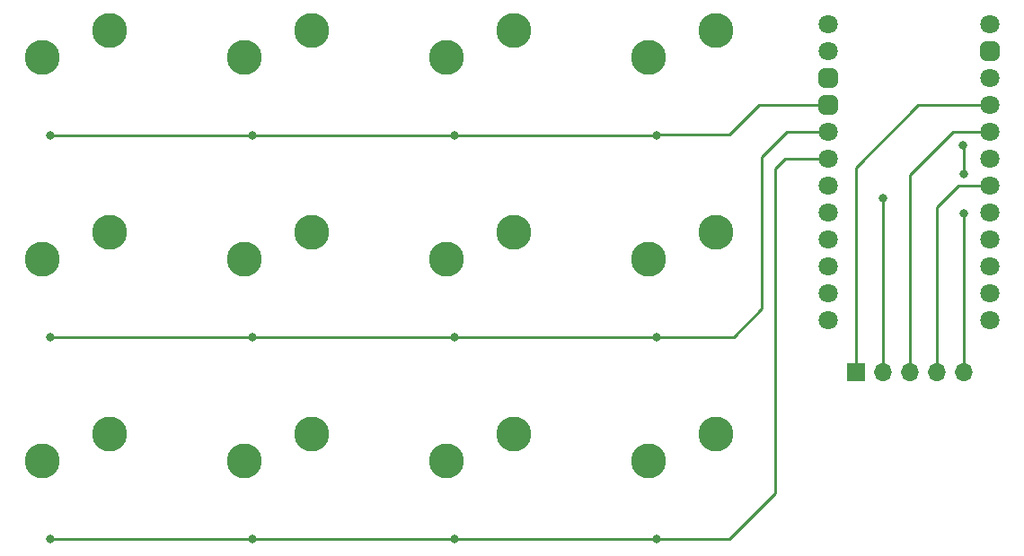
<source format=gbr>
%TF.GenerationSoftware,KiCad,Pcbnew,7.0.6-7.0.6~ubuntu22.10.1*%
%TF.CreationDate,2023-08-12T22:12:44-04:00*%
%TF.ProjectId,ZachEKeyboard,5a616368-454b-4657-9962-6f6172642e6b,rev?*%
%TF.SameCoordinates,Original*%
%TF.FileFunction,Copper,L1,Top*%
%TF.FilePolarity,Positive*%
%FSLAX46Y46*%
G04 Gerber Fmt 4.6, Leading zero omitted, Abs format (unit mm)*
G04 Created by KiCad (PCBNEW 7.0.6-7.0.6~ubuntu22.10.1) date 2023-08-12 22:12:44*
%MOMM*%
%LPD*%
G01*
G04 APERTURE LIST*
G04 Aperture macros list*
%AMRoundRect*
0 Rectangle with rounded corners*
0 $1 Rounding radius*
0 $2 $3 $4 $5 $6 $7 $8 $9 X,Y pos of 4 corners*
0 Add a 4 corners polygon primitive as box body*
4,1,4,$2,$3,$4,$5,$6,$7,$8,$9,$2,$3,0*
0 Add four circle primitives for the rounded corners*
1,1,$1+$1,$2,$3*
1,1,$1+$1,$4,$5*
1,1,$1+$1,$6,$7*
1,1,$1+$1,$8,$9*
0 Add four rect primitives between the rounded corners*
20,1,$1+$1,$2,$3,$4,$5,0*
20,1,$1+$1,$4,$5,$6,$7,0*
20,1,$1+$1,$6,$7,$8,$9,0*
20,1,$1+$1,$8,$9,$2,$3,0*%
G04 Aperture macros list end*
%TA.AperFunction,ComponentPad*%
%ADD10C,1.800000*%
%TD*%
%TA.AperFunction,ComponentPad*%
%ADD11RoundRect,0.450000X-0.450000X-0.450000X0.450000X-0.450000X0.450000X0.450000X-0.450000X0.450000X0*%
%TD*%
%TA.AperFunction,ComponentPad*%
%ADD12R,1.700000X1.700000*%
%TD*%
%TA.AperFunction,ComponentPad*%
%ADD13O,1.700000X1.700000*%
%TD*%
%TA.AperFunction,ComponentPad*%
%ADD14C,3.300000*%
%TD*%
%TA.AperFunction,ViaPad*%
%ADD15C,0.800000*%
%TD*%
%TA.AperFunction,Conductor*%
%ADD16C,0.250000*%
%TD*%
G04 APERTURE END LIST*
D10*
%TO.P,U1,1,D3-TX*%
%TO.N,unconnected-(U1-D3-TX-Pad1)*%
X141763750Y-58578750D03*
%TO.P,U1,2,D2-RX*%
%TO.N,unconnected-(U1-D2-RX-Pad2)*%
X141763750Y-61118750D03*
D11*
%TO.P,U1,3,GND*%
%TO.N,unconnected-(U1-GND-Pad3)*%
X141763750Y-63658750D03*
%TO.P,U1,4,GND*%
%TO.N,/ROW0*%
X141763750Y-66198750D03*
D10*
%TO.P,U1,5,D1*%
%TO.N,/ROW1*%
X141763750Y-68738750D03*
%TO.P,U1,6,D0*%
%TO.N,/ROW2*%
X141763750Y-71278750D03*
%TO.P,U1,7,D4*%
%TO.N,/COL0*%
X141763750Y-73818750D03*
%TO.P,U1,8,C6*%
%TO.N,/COL1*%
X141763750Y-76358750D03*
%TO.P,U1,9,D7*%
%TO.N,/COL2*%
X141763750Y-78898750D03*
%TO.P,U1,10,E6*%
%TO.N,/COL3*%
X141763750Y-81438750D03*
%TO.P,U1,11,B4*%
%TO.N,unconnected-(U1-B4-Pad11)*%
X141763750Y-83978750D03*
%TO.P,U1,12,B5*%
%TO.N,unconnected-(U1-B5-Pad12)*%
X141763750Y-86518750D03*
%TO.P,U1,13,B0*%
%TO.N,unconnected-(U1-B0-Pad13)*%
X157003750Y-58578750D03*
D11*
%TO.P,U1,14,GND*%
%TO.N,GND*%
X157003750Y-61118750D03*
D10*
%TO.P,U1,15,RST*%
%TO.N,unconnected-(U1-RST-Pad15)*%
X157003750Y-63658750D03*
%TO.P,U1,16,VCC*%
%TO.N,+3.3V*%
X157003750Y-66198750D03*
%TO.P,U1,17,F4*%
%TO.N,/SCL*%
X157003750Y-68738750D03*
%TO.P,U1,18,F5*%
%TO.N,/SDA*%
X157003750Y-71278750D03*
%TO.P,U1,19,F6*%
%TO.N,/INT*%
X157003750Y-73818750D03*
%TO.P,U1,20,F7*%
%TO.N,unconnected-(U1-F7-Pad20)*%
X157003750Y-76358750D03*
%TO.P,U1,21,B1*%
%TO.N,unconnected-(U1-B1-Pad21)*%
X157003750Y-78898750D03*
%TO.P,U1,22,B3*%
%TO.N,unconnected-(U1-B3-Pad22)*%
X157003750Y-81438750D03*
%TO.P,U1,23,B2*%
%TO.N,unconnected-(U1-B2-Pad23)*%
X157003750Y-83978750D03*
%TO.P,U1,24,B6*%
%TO.N,unconnected-(U1-B6-Pad24)*%
X157003750Y-86518750D03*
%TD*%
D12*
%TO.P,J1,1,Pin_1*%
%TO.N,+3.3V*%
X144333750Y-91415000D03*
D13*
%TO.P,J1,2,Pin_2*%
%TO.N,/SDA*%
X146873750Y-91415000D03*
%TO.P,J1,3,Pin_3*%
%TO.N,/SCL*%
X149413750Y-91415000D03*
%TO.P,J1,4,Pin_4*%
%TO.N,/INT*%
X151953750Y-91415000D03*
%TO.P,J1,5,Pin_5*%
%TO.N,GND*%
X154493750Y-91415000D03*
%TD*%
D14*
%TO.P,MX12,2,2*%
%TO.N,Net-(D12-A)*%
X131127500Y-97313750D03*
%TO.P,MX12,1,1*%
%TO.N,/COL3*%
X124777500Y-99853750D03*
%TD*%
%TO.P,MX11,2,2*%
%TO.N,Net-(D11-A)*%
X112077500Y-97313750D03*
%TO.P,MX11,1,1*%
%TO.N,/COL2*%
X105727500Y-99853750D03*
%TD*%
%TO.P,MX10,2,2*%
%TO.N,Net-(D10-A)*%
X93027500Y-97313750D03*
%TO.P,MX10,1,1*%
%TO.N,/COL1*%
X86677500Y-99853750D03*
%TD*%
%TO.P,MX9,2,2*%
%TO.N,Net-(D9-A)*%
X73977500Y-97313750D03*
%TO.P,MX9,1,1*%
%TO.N,/COL0*%
X67627500Y-99853750D03*
%TD*%
%TO.P,MX8,2,2*%
%TO.N,Net-(D8-A)*%
X131127500Y-78263750D03*
%TO.P,MX8,1,1*%
%TO.N,/COL3*%
X124777500Y-80803750D03*
%TD*%
%TO.P,MX7,2,2*%
%TO.N,Net-(D7-A)*%
X112077500Y-78263750D03*
%TO.P,MX7,1,1*%
%TO.N,/COL2*%
X105727500Y-80803750D03*
%TD*%
%TO.P,MX6,2,2*%
%TO.N,Net-(D6-A)*%
X93027500Y-78263750D03*
%TO.P,MX6,1,1*%
%TO.N,/COL1*%
X86677500Y-80803750D03*
%TD*%
%TO.P,MX5,2,2*%
%TO.N,Net-(D5-A)*%
X73977500Y-78263750D03*
%TO.P,MX5,1,1*%
%TO.N,/COL0*%
X67627500Y-80803750D03*
%TD*%
%TO.P,MX4,2,2*%
%TO.N,Net-(D4-A)*%
X131127500Y-59213750D03*
%TO.P,MX4,1,1*%
%TO.N,/COL3*%
X124777500Y-61753750D03*
%TD*%
%TO.P,MX3,2,2*%
%TO.N,Net-(D3-A)*%
X112077500Y-59213750D03*
%TO.P,MX3,1,1*%
%TO.N,/COL2*%
X105727500Y-61753750D03*
%TD*%
%TO.P,MX2,2,2*%
%TO.N,Net-(D2-A)*%
X93027500Y-59213750D03*
%TO.P,MX2,1,1*%
%TO.N,/COL1*%
X86677500Y-61753750D03*
%TD*%
%TO.P,MX1,2,2*%
%TO.N,Net-(D1-A)*%
X73977500Y-59213750D03*
%TO.P,MX1,1,1*%
%TO.N,/COL0*%
X67627500Y-61753750D03*
%TD*%
D15*
%TO.N,GND*%
X154480000Y-70040000D03*
X154510000Y-72740000D03*
X154500000Y-76490000D03*
%TO.N,/SDA*%
X146870000Y-74990000D03*
%TO.N,/ROW2*%
X125550000Y-107150000D03*
X106500000Y-107150000D03*
X87450000Y-107150000D03*
X68400000Y-107150000D03*
%TO.N,/ROW1*%
X125550000Y-88100000D03*
X106500000Y-88100000D03*
X87450000Y-88100000D03*
X68400000Y-88100000D03*
%TO.N,/ROW0*%
X125550000Y-69050000D03*
X106500000Y-69050000D03*
X87450000Y-69050000D03*
X68400000Y-69050000D03*
%TD*%
D16*
%TO.N,GND*%
X154510000Y-70070000D02*
X154480000Y-70040000D01*
X154510000Y-72740000D02*
X154510000Y-70070000D01*
X154493750Y-91415000D02*
X154493750Y-76496250D01*
X154493750Y-76496250D02*
X154500000Y-76490000D01*
%TO.N,/INT*%
X157003750Y-73818750D02*
X154041250Y-73818750D01*
X154041250Y-73818750D02*
X151953750Y-75906250D01*
X151953750Y-75906250D02*
X151953750Y-91415000D01*
%TO.N,/SDA*%
X146873750Y-74993750D02*
X146870000Y-74990000D01*
X146873750Y-91415000D02*
X146873750Y-74993750D01*
%TO.N,/SCL*%
X157003750Y-68738750D02*
X153521250Y-68738750D01*
X153521250Y-68738750D02*
X149413750Y-72846250D01*
X149413750Y-72846250D02*
X149413750Y-91415000D01*
%TO.N,+3.3V*%
X144333750Y-91415000D02*
X144333750Y-72106250D01*
X144333750Y-72106250D02*
X150241250Y-66198750D01*
X150241250Y-66198750D02*
X157003750Y-66198750D01*
%TO.N,/ROW2*%
X141763750Y-71278750D02*
X137671250Y-71278750D01*
X137671250Y-71278750D02*
X136750000Y-72200000D01*
X136750000Y-72200000D02*
X136750000Y-102850000D01*
X136750000Y-102850000D02*
X132450000Y-107150000D01*
X132450000Y-107150000D02*
X125550000Y-107150000D01*
%TO.N,/ROW1*%
X125550000Y-88100000D02*
X132850000Y-88100000D01*
X135500000Y-85450000D02*
X135500000Y-71100000D01*
X132850000Y-88100000D02*
X135500000Y-85450000D01*
X135500000Y-71100000D02*
X137861250Y-68738750D01*
X137861250Y-68738750D02*
X141763750Y-68738750D01*
%TO.N,/ROW0*%
X135201250Y-66198750D02*
X132400000Y-69000000D01*
X125600000Y-69000000D02*
X125550000Y-69050000D01*
X141763750Y-66198750D02*
X135201250Y-66198750D01*
X132400000Y-69000000D02*
X125600000Y-69000000D01*
%TO.N,/ROW2*%
X125550000Y-107150000D02*
X68400000Y-107150000D01*
%TO.N,/ROW1*%
X68400000Y-88100000D02*
X125550000Y-88100000D01*
%TO.N,/ROW0*%
X125550000Y-69050000D02*
X68400000Y-69050000D01*
%TD*%
M02*

</source>
